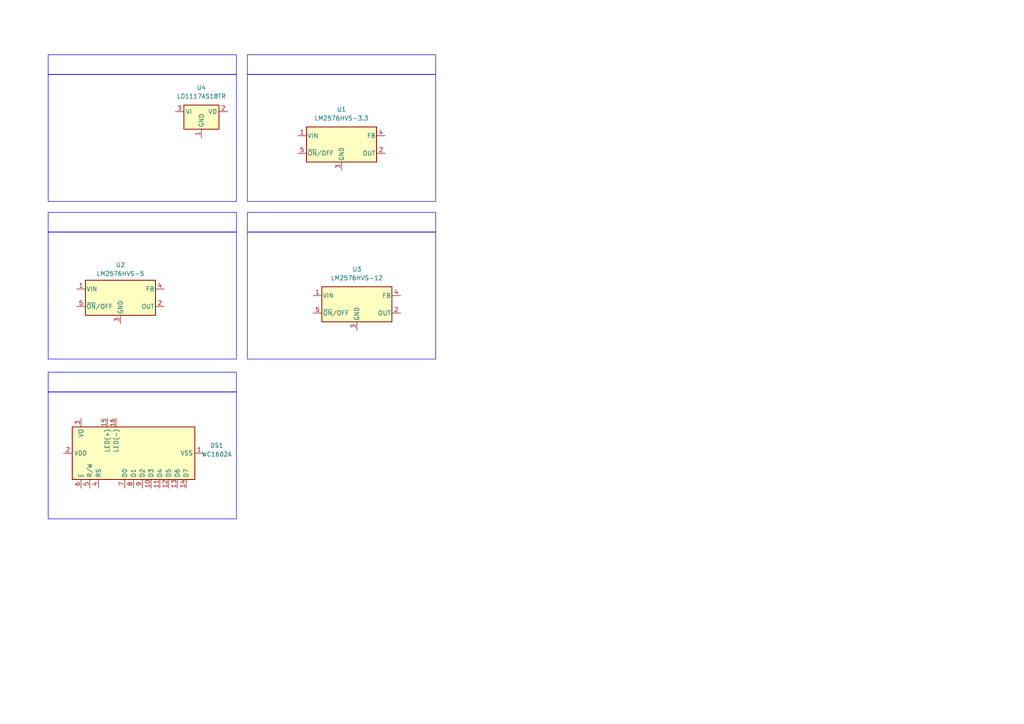
<source format=kicad_sch>
(kicad_sch (version 20230121) (generator eeschema)
  (paper "A4")
  (lib_symbols
    (symbol "Display_Character:WC1602A"
      (property "Reference" "DS" (at -5.842 19.05 0))
      (property "Value" "WC1602A" (at 5.334 19.05 0))
      (symbol "WC1602A_1_1"
        (rectangle (start -7.62 17.78) (end 7.62 -17.78) (stroke (width 0.254)) (fill (type background)))
        (pin power_in line (at 0 -20.32 90) (length 2.54) (name "VSS") (number "1"))
        (pin input line (at -10.16 -5.08 0) (length 2.54) (name "D3") (number "10"))
        (pin input line (at -10.16 -7.62 0) (length 2.54) (name "D4") (number "11"))
        (pin input line (at -10.16 -10.16 0) (length 2.54) (name "D5") (number "12"))
        (pin input line (at -10.16 -12.7 0) (length 2.54) (name "D6") (number "13"))
        (pin input line (at -10.16 -15.24 0) (length 2.54) (name "D7") (number "14"))
        (pin power_in line (at 10.16 7.62 180) (length 2.54) (name "LED(+)") (number "15"))
        (pin power_in line (at 10.16 5.08 180) (length 2.54) (name "LED(-)") (number "16"))
        (pin power_in line (at 0 20.32 270) (length 2.54) (name "VDD") (number "2"))
        (pin input line (at 10.16 15.24 180) (length 2.54) (name "VO") (number "3"))
        (pin input line (at -10.16 10.16 0) (length 2.54) (name "RS") (number "4"))
        (pin input line (at -10.16 12.7 0) (length 2.54) (name "R/W") (number "5"))
        (pin input line (at -10.16 15.24 0) (length 2.54) (name "E") (number "6"))
        (pin input line (at -10.16 2.54 0) (length 2.54) (name "D0") (number "7"))
        (pin input line (at -10.16 0 0) (length 2.54) (name "D1") (number "8"))
        (pin input line (at -10.16 -2.54 0) (length 2.54) (name "D2") (number "9"))
      )
    )
    (symbol "Regulator_Linear:LD1117S18TR_SOT223"
      (property "Reference" "U" (at -3.81 3.175 0))
      (property "Value" "LD1117S18TR_SOT223" (at 0 3.175 0))
      (symbol "LD1117S18TR_SOT223_0_1"
        (rectangle (start -5.08 -5.08) (end 5.08 1.905) (stroke (width 0.254)) (fill (type background)))
      )
      (symbol "LD1117S18TR_SOT223_1_1"
        (pin power_in line (at 0 -7.62 90) (length 2.54) (name "GND") (number "1"))
        (pin power_out line (at 7.62 0 180) (length 2.54) (name "VO") (number "2"))
        (pin power_in line (at -7.62 0 0) (length 2.54) (name "VI") (number "3"))
      )
    )
    (symbol "Regulator_Switching:LM2576HVS-12" (pin_names (offset 0.254))
      (property "Reference" "U" (at -10.16 6.35 0))
      (property "Value" "LM2576HVS-12" (at 0 6.35 0))
      (symbol "LM2576HVS-12_0_1"
        (rectangle (start -10.16 5.08) (end 10.16 -5.08) (stroke (width 0.254)) (fill (type background)))
      )
      (symbol "LM2576HVS-12_1_1"
        (pin power_in line (at -12.7 2.54 0) (length 2.54) (name "VIN") (number "1"))
        (pin output line (at 12.7 -2.54 180) (length 2.54) (name "OUT") (number "2"))
        (pin power_in line (at 0 -7.62 90) (length 2.54) (name "GND") (number "3"))
        (pin input line (at 12.7 2.54 180) (length 2.54) (name "FB") (number "4"))
        (pin input line (at -12.7 -2.54 0) (length 2.54) (name "~{ON}/OFF") (number "5"))
      )
    )
    (symbol "Regulator_Switching:LM2576HVS-3.3" (pin_names (offset 0.254))
      (property "Reference" "U" (at -10.16 6.35 0))
      (property "Value" "LM2576HVS-3.3" (at 0 6.35 0))
      (symbol "LM2576HVS-3.3_0_1"
        (rectangle (start -10.16 5.08) (end 10.16 -5.08) (stroke (width 0.254)) (fill (type background)))
      )
      (symbol "LM2576HVS-3.3_1_1"
        (pin power_in line (at -12.7 2.54 0) (length 2.54) (name "VIN") (number "1"))
        (pin output line (at 12.7 -2.54 180) (length 2.54) (name "OUT") (number "2"))
        (pin power_in line (at 0 -7.62 90) (length 2.54) (name "GND") (number "3"))
        (pin input line (at 12.7 2.54 180) (length 2.54) (name "FB") (number "4"))
        (pin input line (at -12.7 -2.54 0) (length 2.54) (name "~{ON}/OFF") (number "5"))
      )
    )
    (symbol "Regulator_Switching:LM2576HVS-5" (pin_names (offset 0.254))
      (property "Reference" "U" (at -10.16 6.35 0))
      (property "Value" "LM2576HVS-5" (at 0 6.35 0))
      (symbol "LM2576HVS-5_0_1"
        (rectangle (start -10.16 5.08) (end 10.16 -5.08) (stroke (width 0.254)) (fill (type background)))
      )
      (symbol "LM2576HVS-5_1_1"
        (pin power_in line (at -12.7 2.54 0) (length 2.54) (name "VIN") (number "1"))
        (pin output line (at 12.7 -2.54 180) (length 2.54) (name "OUT") (number "2"))
        (pin power_in line (at 0 -7.62 90) (length 2.54) (name "GND") (number "3"))
        (pin input line (at 12.7 2.54 180) (length 2.54) (name "FB") (number "4"))
        (pin input line (at -12.7 -2.54 0) (length 2.54) (name "~{ON}/OFF") (number "5"))
      )
    )
  )
  (rectangle (start 13.97 21.59) (end 68.58 58.42))
  (rectangle (start 13.97 107.95) (end 68.58 113.665))
  (rectangle (start 71.755 67.31) (end 126.365 104.14))
  (rectangle (start 13.97 67.31) (end 68.58 104.14))
  (rectangle (start 13.97 61.595) (end 68.58 67.31))
  (rectangle (start 13.97 15.875) (end 68.58 21.59))
  (rectangle (start 71.755 21.59) (end 126.365 58.42))
  (rectangle (start 71.755 61.595) (end 126.365 67.31))
  (rectangle (start 13.97 113.665) (end 68.58 150.495))
  (rectangle (start 71.755 15.875) (end 126.365 21.59))
  (text "Target:\n1V8\n3V3\n5V0\n12V0" (at -3.048 -4.572 0) (effects (font (size 1.27 1.27)) (justify left bottom)))
  (symbol (lib_id "Regulator_Switching:LM2576HVS-5") (at 34.925 86.36 0) (unit 1)
    (property "Reference" "U2" (at 34.925 76.835 0))
    (property "Value" "LM2576HVS-5" (at 34.925 79.375 0))
    (property "Footprint" "Package_TO_SOT_SMD:TO-263-5_TabPin3" (effects hide))
    (property "Datasheet" "http://www.ti.com/lit/ds/symlink/lm2576.pdf" (effects hide))
  )
  (symbol (lib_id "Regulator_Switching:LM2576HVS-12") (at 103.505 88.265 0) (unit 1)
    (property "Reference" "U3" (at 103.505 78.105 0))
    (property "Value" "LM2576HVS-12" (at 103.505 80.645 0))
    (property "Footprint" "Package_TO_SOT_SMD:TO-263-5_TabPin3" (effects hide))
    (property "Datasheet" "http://www.ti.com/lit/ds/symlink/lm2576.pdf" (effects hide))
  )
  (symbol (lib_id "Display_Character:WC1602A") (at 38.735 131.445 90) (unit 1)
    (property "Reference" "DS1" (at 62.865 129.2291 90))
    (property "Value" "WC1602A" (at 62.865 131.7691 90))
    (property "Footprint" "Display:WC1602A" (effects hide))
    (property "Datasheet" "http://www.wincomlcd.com/pdf/WC1602A-SFYLYHTC06.pdf" (effects hide))
  )
  (symbol (lib_id "Regulator_Linear:LD1117S18TR_SOT223") (at 58.42 32.385 0) (unit 1)
    (property "Reference" "U4" (at 58.42 25.4 0))
    (property "Value" "LD1117AS18TR" (at 58.42 27.94 0))
    (property "Footprint" "Package_TO_SOT_SMD:SOT-223-3_TabPin2" (effects hide))
    (property "Datasheet" "https://www.tme.eu/Document/bad00e7fc591b73ff810af309b2bb7a4/LD1117A.pdf" (effects hide))
  )
  (symbol (lib_id "Regulator_Switching:LM2576HVS-3.3") (at 99.06 41.91 0) (unit 1)
    (property "Reference" "U1" (at 99.06 31.75 0))
    (property "Value" "LM2576HVS-3.3" (at 99.06 34.29 0))
    (property "Footprint" "Package_TO_SOT_SMD:TO-263-5_TabPin3" (effects hide))
    (property "Datasheet" "http://www.ti.com/lit/ds/symlink/lm2576.pdf" (effects hide))
  )
)
</source>
